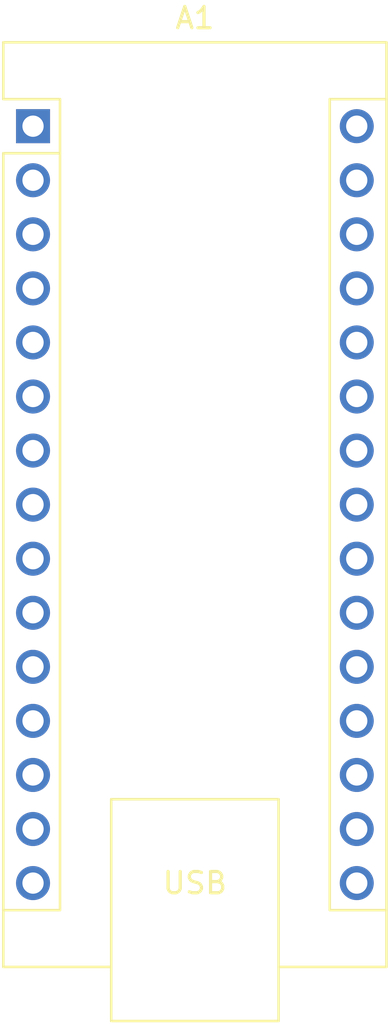
<source format=kicad_pcb>
(kicad_pcb (version 20241229) (generator "pcbnew") (generator_version "9.0")
  (layers (0 "F.Cu" signal) (2 "B.Cu" signal) (13 "F.Paste" user) (15 "B.Paste" user) (5 "F.SilkS" user "F.Silkscreen") (7 "B.SilkS" user "B.Silkscreen") (1 "F.Mask" user) (3 "B.Mask" user) (25 "Edge.Cuts" user))
  (net 0 "")
  (net 7 "GND")
  (net 13 "+5V")
  (footprint "Module:Arduino_Nano" (layer "F.Cu") (at 127.26 57.94)
    (property "Reference" "A1" (at 7.62 -5.08 0) (layer "F.SilkS"))
    (property "Value" "Arduino_Nano_v3.x")
    (fp_line (start -1.4 -3.94) (end -1.4 -1.27) (stroke (width 0.12)) (layer "F.SilkS"))
    (fp_line (start -1.4 1.27) (end -1.4 39.5) (stroke (width 0.12)) (layer "F.SilkS"))
    (fp_line (start -1.4 39.5) (end 3.68 39.5) (stroke (width 0.12)) (layer "F.SilkS"))
    (fp_line (start 1.27 -1.27) (end -1.4 -1.27) (stroke (width 0.12)) (layer "F.SilkS"))
    (fp_line (start 1.27 1.27) (end -1.4 1.27) (stroke (width 0.12)) (layer "F.SilkS"))
    (fp_line (start 1.27 1.27) (end 1.27 -1.27) (stroke (width 0.12)) (layer "F.SilkS"))
    (fp_line (start 1.27 1.27) (end 1.27 36.83) (stroke (width 0.12)) (layer "F.SilkS"))
    (fp_line (start 1.27 36.83) (end -1.4 36.83) (stroke (width 0.12)) (layer "F.SilkS"))
    (fp_line (start 3.68 31.62) (end 11.56 31.62) (stroke (width 0.12)) (layer "F.SilkS"))
    (fp_line (start 3.68 42.04) (end 3.68 31.62) (stroke (width 0.12)) (layer "F.SilkS"))
    (fp_line (start 11.56 31.62) (end 11.56 42.04) (stroke (width 0.12)) (layer "F.SilkS"))
    (fp_line (start 11.56 42.04) (end 3.68 42.04) (stroke (width 0.12)) (layer "F.SilkS"))
    (fp_line (start 13.97 -1.27) (end 13.97 36.83) (stroke (width 0.12)) (layer "F.SilkS"))
    (fp_line (start 13.97 -1.27) (end 16.64 -1.27) (stroke (width 0.12)) (layer "F.SilkS"))
    (fp_line (start 13.97 36.83) (end 16.64 36.83) (stroke (width 0.12)) (layer "F.SilkS"))
    (fp_line (start 16.64 -3.94) (end -1.4 -3.94) (stroke (width 0.12)) (layer "F.SilkS"))
    (fp_line (start 16.64 39.5) (end 11.56 39.5) (stroke (width 0.12)) (layer "F.SilkS"))
    (fp_line (start 16.64 39.5) (end 16.64 -3.94) (stroke (width 0.12)) (layer "F.SilkS"))
    (fp_text user "USB" (at 7.62 35.56 0) (layer "F.SilkS"))
    (pad "1" thru_hole rect (at 0 0) (size 1.6 1.6) (drill 1) (layers "*.Cu" "*.Mask"))
    (pad "2" thru_hole oval (at 0 2.54) (size 1.6 1.6) (drill 1) (layers "*.Cu" "*.Mask"))
    (pad "3" thru_hole oval (at 0 5.08) (size 1.6 1.6) (drill 1) (layers "*.Cu" "*.Mask"))
    (pad "4" thru_hole oval (at 0 7.62) (size 1.6 1.6) (drill 1) (layers "*.Cu" "*.Mask") (net 7 "GND"))
    (pad "5" thru_hole oval (at 0 10.16) (size 1.6 1.6) (drill 1) (layers "*.Cu" "*.Mask"))
    (pad "6" thru_hole oval (at 0 12.7) (size 1.6 1.6) (drill 1) (layers "*.Cu" "*.Mask"))
    (pad "7" thru_hole oval (at 0 15.24) (size 1.6 1.6) (drill 1) (layers "*.Cu" "*.Mask"))
    (pad "8" thru_hole oval (at 0 17.78) (size 1.6 1.6) (drill 1) (layers "*.Cu" "*.Mask"))
    (pad "9" thru_hole oval (at 0 20.32) (size 1.6 1.6) (drill 1) (layers "*.Cu" "*.Mask"))
    (pad "10" thru_hole oval (at 0 22.86) (size 1.6 1.6) (drill 1) (layers "*.Cu" "*.Mask"))
    (pad "11" thru_hole oval (at 0 25.4) (size 1.6 1.6) (drill 1) (layers "*.Cu" "*.Mask"))
    (pad "12" thru_hole oval (at 0 27.94) (size 1.6 1.6) (drill 1) (layers "*.Cu" "*.Mask"))
    (pad "13" thru_hole oval (at 0 30.48) (size 1.6 1.6) (drill 1) (layers "*.Cu" "*.Mask"))
    (pad "14" thru_hole oval (at 0 33.02) (size 1.6 1.6) (drill 1) (layers "*.Cu" "*.Mask"))
    (pad "15" thru_hole oval (at 0 35.56) (size 1.6 1.6) (drill 1) (layers "*.Cu" "*.Mask"))
    (pad "16" thru_hole oval (at 15.24 35.56) (size 1.6 1.6) (drill 1) (layers "*.Cu" "*.Mask"))
    (pad "17" thru_hole oval (at 15.24 33.02) (size 1.6 1.6) (drill 1) (layers "*.Cu" "*.Mask"))
    (pad "18" thru_hole oval (at 15.24 30.48) (size 1.6 1.6) (drill 1) (layers "*.Cu" "*.Mask"))
    (pad "19" thru_hole oval (at 15.24 27.94) (size 1.6 1.6) (drill 1) (layers "*.Cu" "*.Mask"))
    (pad "20" thru_hole oval (at 15.24 25.4) (size 1.6 1.6) (drill 1) (layers "*.Cu" "*.Mask"))
    (pad "21" thru_hole oval (at 15.24 22.86) (size 1.6 1.6) (drill 1) (layers "*.Cu" "*.Mask"))
    (pad "22" thru_hole oval (at 15.24 20.32) (size 1.6 1.6) (drill 1) (layers "*.Cu" "*.Mask"))
    (pad "23" thru_hole oval (at 15.24 17.78) (size 1.6 1.6) (drill 1) (layers "*.Cu" "*.Mask"))
    (pad "24" thru_hole oval (at 15.24 15.24) (size 1.6 1.6) (drill 1) (layers "*.Cu" "*.Mask"))
    (pad "25" thru_hole oval (at 15.24 12.7) (size 1.6 1.6) (drill 1) (layers "*.Cu" "*.Mask"))
    (pad "26" thru_hole oval (at 15.24 10.16) (size 1.6 1.6) (drill 1) (layers "*.Cu" "*.Mask"))
    (pad "27" thru_hole oval (at 15.24 7.62) (size 1.6 1.6) (drill 1) (layers "*.Cu" "*.Mask") (net 13 "+5V"))
    (pad "28" thru_hole oval (at 15.24 5.08) (size 1.6 1.6) (drill 1) (layers "*.Cu" "*.Mask"))
    (pad "29" thru_hole oval (at 15.24 2.54) (size 1.6 1.6) (drill 1) (layers "*.Cu" "*.Mask") (net 7 "GND"))
    (pad "30" thru_hole oval (at 15.24 0) (size 1.6 1.6) (drill 1) (layers "*.Cu" "*.Mask"))
  )
)
</source>
